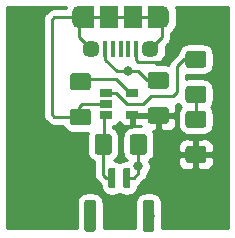
<source format=gbr>
G04 #@! TF.GenerationSoftware,KiCad,Pcbnew,(5.1.4)-1*
G04 #@! TF.CreationDate,2020-08-30T13:55:43+02:00*
G04 #@! TF.ProjectId,Battery Charger,42617474-6572-4792-9043-686172676572,rev?*
G04 #@! TF.SameCoordinates,Original*
G04 #@! TF.FileFunction,Copper,L1,Top*
G04 #@! TF.FilePolarity,Positive*
%FSLAX46Y46*%
G04 Gerber Fmt 4.6, Leading zero omitted, Abs format (unit mm)*
G04 Created by KiCad (PCBNEW (5.1.4)-1) date 2020-08-30 13:55:43*
%MOMM*%
%LPD*%
G04 APERTURE LIST*
%ADD10R,1.200000X1.900000*%
%ADD11O,1.200000X1.900000*%
%ADD12R,1.500000X1.900000*%
%ADD13C,1.450000*%
%ADD14R,0.400000X1.350000*%
%ADD15R,1.060000X0.650000*%
%ADD16C,0.100000*%
%ADD17C,1.425000*%
%ADD18C,1.000000*%
%ADD19C,0.600000*%
%ADD20C,0.800000*%
%ADD21C,0.250000*%
%ADD22C,0.254000*%
G04 APERTURE END LIST*
D10*
X78338000Y-79407500D03*
X72538000Y-79407500D03*
D11*
X71938000Y-79407500D03*
X78938000Y-79407500D03*
D12*
X76438000Y-79407500D03*
D13*
X72938000Y-82107500D03*
D14*
X75438000Y-82107500D03*
X74788000Y-82107500D03*
X74138000Y-82107500D03*
X76738000Y-82107500D03*
X76088000Y-82107500D03*
D13*
X77938000Y-82107500D03*
D12*
X74438000Y-79407500D03*
D15*
X76411000Y-85791000D03*
X76411000Y-87691000D03*
X74211000Y-87691000D03*
X74211000Y-86741000D03*
X74211000Y-85791000D03*
D16*
G36*
X72658504Y-87136204D02*
G01*
X72682773Y-87139804D01*
X72706571Y-87145765D01*
X72729671Y-87154030D01*
X72751849Y-87164520D01*
X72772893Y-87177133D01*
X72792598Y-87191747D01*
X72810777Y-87208223D01*
X72827253Y-87226402D01*
X72841867Y-87246107D01*
X72854480Y-87267151D01*
X72864970Y-87289329D01*
X72873235Y-87312429D01*
X72879196Y-87336227D01*
X72882796Y-87360496D01*
X72884000Y-87385000D01*
X72884000Y-88310000D01*
X72882796Y-88334504D01*
X72879196Y-88358773D01*
X72873235Y-88382571D01*
X72864970Y-88405671D01*
X72854480Y-88427849D01*
X72841867Y-88448893D01*
X72827253Y-88468598D01*
X72810777Y-88486777D01*
X72792598Y-88503253D01*
X72772893Y-88517867D01*
X72751849Y-88530480D01*
X72729671Y-88540970D01*
X72706571Y-88549235D01*
X72682773Y-88555196D01*
X72658504Y-88558796D01*
X72634000Y-88560000D01*
X71384000Y-88560000D01*
X71359496Y-88558796D01*
X71335227Y-88555196D01*
X71311429Y-88549235D01*
X71288329Y-88540970D01*
X71266151Y-88530480D01*
X71245107Y-88517867D01*
X71225402Y-88503253D01*
X71207223Y-88486777D01*
X71190747Y-88468598D01*
X71176133Y-88448893D01*
X71163520Y-88427849D01*
X71153030Y-88405671D01*
X71144765Y-88382571D01*
X71138804Y-88358773D01*
X71135204Y-88334504D01*
X71134000Y-88310000D01*
X71134000Y-87385000D01*
X71135204Y-87360496D01*
X71138804Y-87336227D01*
X71144765Y-87312429D01*
X71153030Y-87289329D01*
X71163520Y-87267151D01*
X71176133Y-87246107D01*
X71190747Y-87226402D01*
X71207223Y-87208223D01*
X71225402Y-87191747D01*
X71245107Y-87177133D01*
X71266151Y-87164520D01*
X71288329Y-87154030D01*
X71311429Y-87145765D01*
X71335227Y-87139804D01*
X71359496Y-87136204D01*
X71384000Y-87135000D01*
X72634000Y-87135000D01*
X72658504Y-87136204D01*
X72658504Y-87136204D01*
G37*
D17*
X72009000Y-87847500D03*
D16*
G36*
X72658504Y-84161204D02*
G01*
X72682773Y-84164804D01*
X72706571Y-84170765D01*
X72729671Y-84179030D01*
X72751849Y-84189520D01*
X72772893Y-84202133D01*
X72792598Y-84216747D01*
X72810777Y-84233223D01*
X72827253Y-84251402D01*
X72841867Y-84271107D01*
X72854480Y-84292151D01*
X72864970Y-84314329D01*
X72873235Y-84337429D01*
X72879196Y-84361227D01*
X72882796Y-84385496D01*
X72884000Y-84410000D01*
X72884000Y-85335000D01*
X72882796Y-85359504D01*
X72879196Y-85383773D01*
X72873235Y-85407571D01*
X72864970Y-85430671D01*
X72854480Y-85452849D01*
X72841867Y-85473893D01*
X72827253Y-85493598D01*
X72810777Y-85511777D01*
X72792598Y-85528253D01*
X72772893Y-85542867D01*
X72751849Y-85555480D01*
X72729671Y-85565970D01*
X72706571Y-85574235D01*
X72682773Y-85580196D01*
X72658504Y-85583796D01*
X72634000Y-85585000D01*
X71384000Y-85585000D01*
X71359496Y-85583796D01*
X71335227Y-85580196D01*
X71311429Y-85574235D01*
X71288329Y-85565970D01*
X71266151Y-85555480D01*
X71245107Y-85542867D01*
X71225402Y-85528253D01*
X71207223Y-85511777D01*
X71190747Y-85493598D01*
X71176133Y-85473893D01*
X71163520Y-85452849D01*
X71153030Y-85430671D01*
X71144765Y-85407571D01*
X71138804Y-85383773D01*
X71135204Y-85359504D01*
X71134000Y-85335000D01*
X71134000Y-84410000D01*
X71135204Y-84385496D01*
X71138804Y-84361227D01*
X71144765Y-84337429D01*
X71153030Y-84314329D01*
X71163520Y-84292151D01*
X71176133Y-84271107D01*
X71190747Y-84251402D01*
X71207223Y-84233223D01*
X71225402Y-84216747D01*
X71245107Y-84202133D01*
X71266151Y-84189520D01*
X71288329Y-84179030D01*
X71311429Y-84170765D01*
X71335227Y-84164804D01*
X71359496Y-84161204D01*
X71384000Y-84160000D01*
X72634000Y-84160000D01*
X72658504Y-84161204D01*
X72658504Y-84161204D01*
G37*
D17*
X72009000Y-84872500D03*
D16*
G36*
X82437504Y-82256204D02*
G01*
X82461773Y-82259804D01*
X82485571Y-82265765D01*
X82508671Y-82274030D01*
X82530849Y-82284520D01*
X82551893Y-82297133D01*
X82571598Y-82311747D01*
X82589777Y-82328223D01*
X82606253Y-82346402D01*
X82620867Y-82366107D01*
X82633480Y-82387151D01*
X82643970Y-82409329D01*
X82652235Y-82432429D01*
X82658196Y-82456227D01*
X82661796Y-82480496D01*
X82663000Y-82505000D01*
X82663000Y-83430000D01*
X82661796Y-83454504D01*
X82658196Y-83478773D01*
X82652235Y-83502571D01*
X82643970Y-83525671D01*
X82633480Y-83547849D01*
X82620867Y-83568893D01*
X82606253Y-83588598D01*
X82589777Y-83606777D01*
X82571598Y-83623253D01*
X82551893Y-83637867D01*
X82530849Y-83650480D01*
X82508671Y-83660970D01*
X82485571Y-83669235D01*
X82461773Y-83675196D01*
X82437504Y-83678796D01*
X82413000Y-83680000D01*
X81163000Y-83680000D01*
X81138496Y-83678796D01*
X81114227Y-83675196D01*
X81090429Y-83669235D01*
X81067329Y-83660970D01*
X81045151Y-83650480D01*
X81024107Y-83637867D01*
X81004402Y-83623253D01*
X80986223Y-83606777D01*
X80969747Y-83588598D01*
X80955133Y-83568893D01*
X80942520Y-83547849D01*
X80932030Y-83525671D01*
X80923765Y-83502571D01*
X80917804Y-83478773D01*
X80914204Y-83454504D01*
X80913000Y-83430000D01*
X80913000Y-82505000D01*
X80914204Y-82480496D01*
X80917804Y-82456227D01*
X80923765Y-82432429D01*
X80932030Y-82409329D01*
X80942520Y-82387151D01*
X80955133Y-82366107D01*
X80969747Y-82346402D01*
X80986223Y-82328223D01*
X81004402Y-82311747D01*
X81024107Y-82297133D01*
X81045151Y-82284520D01*
X81067329Y-82274030D01*
X81090429Y-82265765D01*
X81114227Y-82259804D01*
X81138496Y-82256204D01*
X81163000Y-82255000D01*
X82413000Y-82255000D01*
X82437504Y-82256204D01*
X82437504Y-82256204D01*
G37*
D17*
X81788000Y-82967500D03*
D16*
G36*
X82437504Y-85231204D02*
G01*
X82461773Y-85234804D01*
X82485571Y-85240765D01*
X82508671Y-85249030D01*
X82530849Y-85259520D01*
X82551893Y-85272133D01*
X82571598Y-85286747D01*
X82589777Y-85303223D01*
X82606253Y-85321402D01*
X82620867Y-85341107D01*
X82633480Y-85362151D01*
X82643970Y-85384329D01*
X82652235Y-85407429D01*
X82658196Y-85431227D01*
X82661796Y-85455496D01*
X82663000Y-85480000D01*
X82663000Y-86405000D01*
X82661796Y-86429504D01*
X82658196Y-86453773D01*
X82652235Y-86477571D01*
X82643970Y-86500671D01*
X82633480Y-86522849D01*
X82620867Y-86543893D01*
X82606253Y-86563598D01*
X82589777Y-86581777D01*
X82571598Y-86598253D01*
X82551893Y-86612867D01*
X82530849Y-86625480D01*
X82508671Y-86635970D01*
X82485571Y-86644235D01*
X82461773Y-86650196D01*
X82437504Y-86653796D01*
X82413000Y-86655000D01*
X81163000Y-86655000D01*
X81138496Y-86653796D01*
X81114227Y-86650196D01*
X81090429Y-86644235D01*
X81067329Y-86635970D01*
X81045151Y-86625480D01*
X81024107Y-86612867D01*
X81004402Y-86598253D01*
X80986223Y-86581777D01*
X80969747Y-86563598D01*
X80955133Y-86543893D01*
X80942520Y-86522849D01*
X80932030Y-86500671D01*
X80923765Y-86477571D01*
X80917804Y-86453773D01*
X80914204Y-86429504D01*
X80913000Y-86405000D01*
X80913000Y-85480000D01*
X80914204Y-85455496D01*
X80917804Y-85431227D01*
X80923765Y-85407429D01*
X80932030Y-85384329D01*
X80942520Y-85362151D01*
X80955133Y-85341107D01*
X80969747Y-85321402D01*
X80986223Y-85303223D01*
X81004402Y-85286747D01*
X81024107Y-85272133D01*
X81045151Y-85259520D01*
X81067329Y-85249030D01*
X81090429Y-85240765D01*
X81114227Y-85234804D01*
X81138496Y-85231204D01*
X81163000Y-85230000D01*
X82413000Y-85230000D01*
X82437504Y-85231204D01*
X82437504Y-85231204D01*
G37*
D17*
X81788000Y-85942500D03*
D16*
G36*
X78060504Y-94870204D02*
G01*
X78084773Y-94873804D01*
X78108571Y-94879765D01*
X78131671Y-94888030D01*
X78153849Y-94898520D01*
X78174893Y-94911133D01*
X78194598Y-94925747D01*
X78212777Y-94942223D01*
X78229253Y-94960402D01*
X78243867Y-94980107D01*
X78256480Y-95001151D01*
X78266970Y-95023329D01*
X78275235Y-95046429D01*
X78281196Y-95070227D01*
X78284796Y-95094496D01*
X78286000Y-95119000D01*
X78286000Y-97319000D01*
X78284796Y-97343504D01*
X78281196Y-97367773D01*
X78275235Y-97391571D01*
X78266970Y-97414671D01*
X78256480Y-97436849D01*
X78243867Y-97457893D01*
X78229253Y-97477598D01*
X78212777Y-97495777D01*
X78194598Y-97512253D01*
X78174893Y-97526867D01*
X78153849Y-97539480D01*
X78131671Y-97549970D01*
X78108571Y-97558235D01*
X78084773Y-97564196D01*
X78060504Y-97567796D01*
X78036000Y-97569000D01*
X77536000Y-97569000D01*
X77511496Y-97567796D01*
X77487227Y-97564196D01*
X77463429Y-97558235D01*
X77440329Y-97549970D01*
X77418151Y-97539480D01*
X77397107Y-97526867D01*
X77377402Y-97512253D01*
X77359223Y-97495777D01*
X77342747Y-97477598D01*
X77328133Y-97457893D01*
X77315520Y-97436849D01*
X77305030Y-97414671D01*
X77296765Y-97391571D01*
X77290804Y-97367773D01*
X77287204Y-97343504D01*
X77286000Y-97319000D01*
X77286000Y-95119000D01*
X77287204Y-95094496D01*
X77290804Y-95070227D01*
X77296765Y-95046429D01*
X77305030Y-95023329D01*
X77315520Y-95001151D01*
X77328133Y-94980107D01*
X77342747Y-94960402D01*
X77359223Y-94942223D01*
X77377402Y-94925747D01*
X77397107Y-94911133D01*
X77418151Y-94898520D01*
X77440329Y-94888030D01*
X77463429Y-94879765D01*
X77487227Y-94873804D01*
X77511496Y-94870204D01*
X77536000Y-94869000D01*
X78036000Y-94869000D01*
X78060504Y-94870204D01*
X78060504Y-94870204D01*
G37*
D18*
X77786000Y-96219000D03*
D16*
G36*
X73110504Y-94870204D02*
G01*
X73134773Y-94873804D01*
X73158571Y-94879765D01*
X73181671Y-94888030D01*
X73203849Y-94898520D01*
X73224893Y-94911133D01*
X73244598Y-94925747D01*
X73262777Y-94942223D01*
X73279253Y-94960402D01*
X73293867Y-94980107D01*
X73306480Y-95001151D01*
X73316970Y-95023329D01*
X73325235Y-95046429D01*
X73331196Y-95070227D01*
X73334796Y-95094496D01*
X73336000Y-95119000D01*
X73336000Y-97319000D01*
X73334796Y-97343504D01*
X73331196Y-97367773D01*
X73325235Y-97391571D01*
X73316970Y-97414671D01*
X73306480Y-97436849D01*
X73293867Y-97457893D01*
X73279253Y-97477598D01*
X73262777Y-97495777D01*
X73244598Y-97512253D01*
X73224893Y-97526867D01*
X73203849Y-97539480D01*
X73181671Y-97549970D01*
X73158571Y-97558235D01*
X73134773Y-97564196D01*
X73110504Y-97567796D01*
X73086000Y-97569000D01*
X72586000Y-97569000D01*
X72561496Y-97567796D01*
X72537227Y-97564196D01*
X72513429Y-97558235D01*
X72490329Y-97549970D01*
X72468151Y-97539480D01*
X72447107Y-97526867D01*
X72427402Y-97512253D01*
X72409223Y-97495777D01*
X72392747Y-97477598D01*
X72378133Y-97457893D01*
X72365520Y-97436849D01*
X72355030Y-97414671D01*
X72346765Y-97391571D01*
X72340804Y-97367773D01*
X72337204Y-97343504D01*
X72336000Y-97319000D01*
X72336000Y-95119000D01*
X72337204Y-95094496D01*
X72340804Y-95070227D01*
X72346765Y-95046429D01*
X72355030Y-95023329D01*
X72365520Y-95001151D01*
X72378133Y-94980107D01*
X72392747Y-94960402D01*
X72409223Y-94942223D01*
X72427402Y-94925747D01*
X72447107Y-94911133D01*
X72468151Y-94898520D01*
X72490329Y-94888030D01*
X72513429Y-94879765D01*
X72537227Y-94873804D01*
X72561496Y-94870204D01*
X72586000Y-94869000D01*
X73086000Y-94869000D01*
X73110504Y-94870204D01*
X73110504Y-94870204D01*
G37*
D18*
X72836000Y-96219000D03*
D16*
G36*
X76100703Y-92169722D02*
G01*
X76115264Y-92171882D01*
X76129543Y-92175459D01*
X76143403Y-92180418D01*
X76156710Y-92186712D01*
X76169336Y-92194280D01*
X76181159Y-92203048D01*
X76192066Y-92212934D01*
X76201952Y-92223841D01*
X76210720Y-92235664D01*
X76218288Y-92248290D01*
X76224582Y-92261597D01*
X76229541Y-92275457D01*
X76233118Y-92289736D01*
X76235278Y-92304297D01*
X76236000Y-92319000D01*
X76236000Y-93719000D01*
X76235278Y-93733703D01*
X76233118Y-93748264D01*
X76229541Y-93762543D01*
X76224582Y-93776403D01*
X76218288Y-93789710D01*
X76210720Y-93802336D01*
X76201952Y-93814159D01*
X76192066Y-93825066D01*
X76181159Y-93834952D01*
X76169336Y-93843720D01*
X76156710Y-93851288D01*
X76143403Y-93857582D01*
X76129543Y-93862541D01*
X76115264Y-93866118D01*
X76100703Y-93868278D01*
X76086000Y-93869000D01*
X75786000Y-93869000D01*
X75771297Y-93868278D01*
X75756736Y-93866118D01*
X75742457Y-93862541D01*
X75728597Y-93857582D01*
X75715290Y-93851288D01*
X75702664Y-93843720D01*
X75690841Y-93834952D01*
X75679934Y-93825066D01*
X75670048Y-93814159D01*
X75661280Y-93802336D01*
X75653712Y-93789710D01*
X75647418Y-93776403D01*
X75642459Y-93762543D01*
X75638882Y-93748264D01*
X75636722Y-93733703D01*
X75636000Y-93719000D01*
X75636000Y-92319000D01*
X75636722Y-92304297D01*
X75638882Y-92289736D01*
X75642459Y-92275457D01*
X75647418Y-92261597D01*
X75653712Y-92248290D01*
X75661280Y-92235664D01*
X75670048Y-92223841D01*
X75679934Y-92212934D01*
X75690841Y-92203048D01*
X75702664Y-92194280D01*
X75715290Y-92186712D01*
X75728597Y-92180418D01*
X75742457Y-92175459D01*
X75756736Y-92171882D01*
X75771297Y-92169722D01*
X75786000Y-92169000D01*
X76086000Y-92169000D01*
X76100703Y-92169722D01*
X76100703Y-92169722D01*
G37*
D19*
X75936000Y-93019000D03*
D16*
G36*
X74850703Y-92169722D02*
G01*
X74865264Y-92171882D01*
X74879543Y-92175459D01*
X74893403Y-92180418D01*
X74906710Y-92186712D01*
X74919336Y-92194280D01*
X74931159Y-92203048D01*
X74942066Y-92212934D01*
X74951952Y-92223841D01*
X74960720Y-92235664D01*
X74968288Y-92248290D01*
X74974582Y-92261597D01*
X74979541Y-92275457D01*
X74983118Y-92289736D01*
X74985278Y-92304297D01*
X74986000Y-92319000D01*
X74986000Y-93719000D01*
X74985278Y-93733703D01*
X74983118Y-93748264D01*
X74979541Y-93762543D01*
X74974582Y-93776403D01*
X74968288Y-93789710D01*
X74960720Y-93802336D01*
X74951952Y-93814159D01*
X74942066Y-93825066D01*
X74931159Y-93834952D01*
X74919336Y-93843720D01*
X74906710Y-93851288D01*
X74893403Y-93857582D01*
X74879543Y-93862541D01*
X74865264Y-93866118D01*
X74850703Y-93868278D01*
X74836000Y-93869000D01*
X74536000Y-93869000D01*
X74521297Y-93868278D01*
X74506736Y-93866118D01*
X74492457Y-93862541D01*
X74478597Y-93857582D01*
X74465290Y-93851288D01*
X74452664Y-93843720D01*
X74440841Y-93834952D01*
X74429934Y-93825066D01*
X74420048Y-93814159D01*
X74411280Y-93802336D01*
X74403712Y-93789710D01*
X74397418Y-93776403D01*
X74392459Y-93762543D01*
X74388882Y-93748264D01*
X74386722Y-93733703D01*
X74386000Y-93719000D01*
X74386000Y-92319000D01*
X74386722Y-92304297D01*
X74388882Y-92289736D01*
X74392459Y-92275457D01*
X74397418Y-92261597D01*
X74403712Y-92248290D01*
X74411280Y-92235664D01*
X74420048Y-92223841D01*
X74429934Y-92212934D01*
X74440841Y-92203048D01*
X74452664Y-92194280D01*
X74465290Y-92186712D01*
X74478597Y-92180418D01*
X74492457Y-92175459D01*
X74506736Y-92171882D01*
X74521297Y-92169722D01*
X74536000Y-92169000D01*
X74836000Y-92169000D01*
X74850703Y-92169722D01*
X74850703Y-92169722D01*
G37*
D19*
X74686000Y-93019000D03*
D16*
G36*
X82437504Y-90311204D02*
G01*
X82461773Y-90314804D01*
X82485571Y-90320765D01*
X82508671Y-90329030D01*
X82530849Y-90339520D01*
X82551893Y-90352133D01*
X82571598Y-90366747D01*
X82589777Y-90383223D01*
X82606253Y-90401402D01*
X82620867Y-90421107D01*
X82633480Y-90442151D01*
X82643970Y-90464329D01*
X82652235Y-90487429D01*
X82658196Y-90511227D01*
X82661796Y-90535496D01*
X82663000Y-90560000D01*
X82663000Y-91485000D01*
X82661796Y-91509504D01*
X82658196Y-91533773D01*
X82652235Y-91557571D01*
X82643970Y-91580671D01*
X82633480Y-91602849D01*
X82620867Y-91623893D01*
X82606253Y-91643598D01*
X82589777Y-91661777D01*
X82571598Y-91678253D01*
X82551893Y-91692867D01*
X82530849Y-91705480D01*
X82508671Y-91715970D01*
X82485571Y-91724235D01*
X82461773Y-91730196D01*
X82437504Y-91733796D01*
X82413000Y-91735000D01*
X81163000Y-91735000D01*
X81138496Y-91733796D01*
X81114227Y-91730196D01*
X81090429Y-91724235D01*
X81067329Y-91715970D01*
X81045151Y-91705480D01*
X81024107Y-91692867D01*
X81004402Y-91678253D01*
X80986223Y-91661777D01*
X80969747Y-91643598D01*
X80955133Y-91623893D01*
X80942520Y-91602849D01*
X80932030Y-91580671D01*
X80923765Y-91557571D01*
X80917804Y-91533773D01*
X80914204Y-91509504D01*
X80913000Y-91485000D01*
X80913000Y-90560000D01*
X80914204Y-90535496D01*
X80917804Y-90511227D01*
X80923765Y-90487429D01*
X80932030Y-90464329D01*
X80942520Y-90442151D01*
X80955133Y-90421107D01*
X80969747Y-90401402D01*
X80986223Y-90383223D01*
X81004402Y-90366747D01*
X81024107Y-90352133D01*
X81045151Y-90339520D01*
X81067329Y-90329030D01*
X81090429Y-90320765D01*
X81114227Y-90314804D01*
X81138496Y-90311204D01*
X81163000Y-90310000D01*
X82413000Y-90310000D01*
X82437504Y-90311204D01*
X82437504Y-90311204D01*
G37*
D17*
X81788000Y-91022500D03*
D16*
G36*
X82437504Y-87336204D02*
G01*
X82461773Y-87339804D01*
X82485571Y-87345765D01*
X82508671Y-87354030D01*
X82530849Y-87364520D01*
X82551893Y-87377133D01*
X82571598Y-87391747D01*
X82589777Y-87408223D01*
X82606253Y-87426402D01*
X82620867Y-87446107D01*
X82633480Y-87467151D01*
X82643970Y-87489329D01*
X82652235Y-87512429D01*
X82658196Y-87536227D01*
X82661796Y-87560496D01*
X82663000Y-87585000D01*
X82663000Y-88510000D01*
X82661796Y-88534504D01*
X82658196Y-88558773D01*
X82652235Y-88582571D01*
X82643970Y-88605671D01*
X82633480Y-88627849D01*
X82620867Y-88648893D01*
X82606253Y-88668598D01*
X82589777Y-88686777D01*
X82571598Y-88703253D01*
X82551893Y-88717867D01*
X82530849Y-88730480D01*
X82508671Y-88740970D01*
X82485571Y-88749235D01*
X82461773Y-88755196D01*
X82437504Y-88758796D01*
X82413000Y-88760000D01*
X81163000Y-88760000D01*
X81138496Y-88758796D01*
X81114227Y-88755196D01*
X81090429Y-88749235D01*
X81067329Y-88740970D01*
X81045151Y-88730480D01*
X81024107Y-88717867D01*
X81004402Y-88703253D01*
X80986223Y-88686777D01*
X80969747Y-88668598D01*
X80955133Y-88648893D01*
X80942520Y-88627849D01*
X80932030Y-88605671D01*
X80923765Y-88582571D01*
X80917804Y-88558773D01*
X80914204Y-88534504D01*
X80913000Y-88510000D01*
X80913000Y-87585000D01*
X80914204Y-87560496D01*
X80917804Y-87536227D01*
X80923765Y-87512429D01*
X80932030Y-87489329D01*
X80942520Y-87467151D01*
X80955133Y-87446107D01*
X80969747Y-87426402D01*
X80986223Y-87408223D01*
X81004402Y-87391747D01*
X81024107Y-87377133D01*
X81045151Y-87364520D01*
X81067329Y-87354030D01*
X81090429Y-87345765D01*
X81114227Y-87339804D01*
X81138496Y-87336204D01*
X81163000Y-87335000D01*
X82413000Y-87335000D01*
X82437504Y-87336204D01*
X82437504Y-87336204D01*
G37*
D17*
X81788000Y-88047500D03*
D16*
G36*
X77412504Y-89296204D02*
G01*
X77436773Y-89299804D01*
X77460571Y-89305765D01*
X77483671Y-89314030D01*
X77505849Y-89324520D01*
X77526893Y-89337133D01*
X77546598Y-89351747D01*
X77564777Y-89368223D01*
X77581253Y-89386402D01*
X77595867Y-89406107D01*
X77608480Y-89427151D01*
X77618970Y-89449329D01*
X77627235Y-89472429D01*
X77633196Y-89496227D01*
X77636796Y-89520496D01*
X77638000Y-89545000D01*
X77638000Y-90795000D01*
X77636796Y-90819504D01*
X77633196Y-90843773D01*
X77627235Y-90867571D01*
X77618970Y-90890671D01*
X77608480Y-90912849D01*
X77595867Y-90933893D01*
X77581253Y-90953598D01*
X77564777Y-90971777D01*
X77546598Y-90988253D01*
X77526893Y-91002867D01*
X77505849Y-91015480D01*
X77483671Y-91025970D01*
X77460571Y-91034235D01*
X77436773Y-91040196D01*
X77412504Y-91043796D01*
X77388000Y-91045000D01*
X76463000Y-91045000D01*
X76438496Y-91043796D01*
X76414227Y-91040196D01*
X76390429Y-91034235D01*
X76367329Y-91025970D01*
X76345151Y-91015480D01*
X76324107Y-91002867D01*
X76304402Y-90988253D01*
X76286223Y-90971777D01*
X76269747Y-90953598D01*
X76255133Y-90933893D01*
X76242520Y-90912849D01*
X76232030Y-90890671D01*
X76223765Y-90867571D01*
X76217804Y-90843773D01*
X76214204Y-90819504D01*
X76213000Y-90795000D01*
X76213000Y-89545000D01*
X76214204Y-89520496D01*
X76217804Y-89496227D01*
X76223765Y-89472429D01*
X76232030Y-89449329D01*
X76242520Y-89427151D01*
X76255133Y-89406107D01*
X76269747Y-89386402D01*
X76286223Y-89368223D01*
X76304402Y-89351747D01*
X76324107Y-89337133D01*
X76345151Y-89324520D01*
X76367329Y-89314030D01*
X76390429Y-89305765D01*
X76414227Y-89299804D01*
X76438496Y-89296204D01*
X76463000Y-89295000D01*
X77388000Y-89295000D01*
X77412504Y-89296204D01*
X77412504Y-89296204D01*
G37*
D17*
X76925500Y-90170000D03*
D16*
G36*
X74437504Y-89296204D02*
G01*
X74461773Y-89299804D01*
X74485571Y-89305765D01*
X74508671Y-89314030D01*
X74530849Y-89324520D01*
X74551893Y-89337133D01*
X74571598Y-89351747D01*
X74589777Y-89368223D01*
X74606253Y-89386402D01*
X74620867Y-89406107D01*
X74633480Y-89427151D01*
X74643970Y-89449329D01*
X74652235Y-89472429D01*
X74658196Y-89496227D01*
X74661796Y-89520496D01*
X74663000Y-89545000D01*
X74663000Y-90795000D01*
X74661796Y-90819504D01*
X74658196Y-90843773D01*
X74652235Y-90867571D01*
X74643970Y-90890671D01*
X74633480Y-90912849D01*
X74620867Y-90933893D01*
X74606253Y-90953598D01*
X74589777Y-90971777D01*
X74571598Y-90988253D01*
X74551893Y-91002867D01*
X74530849Y-91015480D01*
X74508671Y-91025970D01*
X74485571Y-91034235D01*
X74461773Y-91040196D01*
X74437504Y-91043796D01*
X74413000Y-91045000D01*
X73488000Y-91045000D01*
X73463496Y-91043796D01*
X73439227Y-91040196D01*
X73415429Y-91034235D01*
X73392329Y-91025970D01*
X73370151Y-91015480D01*
X73349107Y-91002867D01*
X73329402Y-90988253D01*
X73311223Y-90971777D01*
X73294747Y-90953598D01*
X73280133Y-90933893D01*
X73267520Y-90912849D01*
X73257030Y-90890671D01*
X73248765Y-90867571D01*
X73242804Y-90843773D01*
X73239204Y-90819504D01*
X73238000Y-90795000D01*
X73238000Y-89545000D01*
X73239204Y-89520496D01*
X73242804Y-89496227D01*
X73248765Y-89472429D01*
X73257030Y-89449329D01*
X73267520Y-89427151D01*
X73280133Y-89406107D01*
X73294747Y-89386402D01*
X73311223Y-89368223D01*
X73329402Y-89351747D01*
X73349107Y-89337133D01*
X73370151Y-89324520D01*
X73392329Y-89314030D01*
X73415429Y-89305765D01*
X73439227Y-89299804D01*
X73463496Y-89296204D01*
X73488000Y-89295000D01*
X74413000Y-89295000D01*
X74437504Y-89296204D01*
X74437504Y-89296204D01*
G37*
D17*
X73950500Y-90170000D03*
D16*
G36*
X79262504Y-84034204D02*
G01*
X79286773Y-84037804D01*
X79310571Y-84043765D01*
X79333671Y-84052030D01*
X79355849Y-84062520D01*
X79376893Y-84075133D01*
X79396598Y-84089747D01*
X79414777Y-84106223D01*
X79431253Y-84124402D01*
X79445867Y-84144107D01*
X79458480Y-84165151D01*
X79468970Y-84187329D01*
X79477235Y-84210429D01*
X79483196Y-84234227D01*
X79486796Y-84258496D01*
X79488000Y-84283000D01*
X79488000Y-85208000D01*
X79486796Y-85232504D01*
X79483196Y-85256773D01*
X79477235Y-85280571D01*
X79468970Y-85303671D01*
X79458480Y-85325849D01*
X79445867Y-85346893D01*
X79431253Y-85366598D01*
X79414777Y-85384777D01*
X79396598Y-85401253D01*
X79376893Y-85415867D01*
X79355849Y-85428480D01*
X79333671Y-85438970D01*
X79310571Y-85447235D01*
X79286773Y-85453196D01*
X79262504Y-85456796D01*
X79238000Y-85458000D01*
X77988000Y-85458000D01*
X77963496Y-85456796D01*
X77939227Y-85453196D01*
X77915429Y-85447235D01*
X77892329Y-85438970D01*
X77870151Y-85428480D01*
X77849107Y-85415867D01*
X77829402Y-85401253D01*
X77811223Y-85384777D01*
X77794747Y-85366598D01*
X77780133Y-85346893D01*
X77767520Y-85325849D01*
X77757030Y-85303671D01*
X77748765Y-85280571D01*
X77742804Y-85256773D01*
X77739204Y-85232504D01*
X77738000Y-85208000D01*
X77738000Y-84283000D01*
X77739204Y-84258496D01*
X77742804Y-84234227D01*
X77748765Y-84210429D01*
X77757030Y-84187329D01*
X77767520Y-84165151D01*
X77780133Y-84144107D01*
X77794747Y-84124402D01*
X77811223Y-84106223D01*
X77829402Y-84089747D01*
X77849107Y-84075133D01*
X77870151Y-84062520D01*
X77892329Y-84052030D01*
X77915429Y-84043765D01*
X77939227Y-84037804D01*
X77963496Y-84034204D01*
X77988000Y-84033000D01*
X79238000Y-84033000D01*
X79262504Y-84034204D01*
X79262504Y-84034204D01*
G37*
D17*
X78613000Y-84745500D03*
D16*
G36*
X79262504Y-87009204D02*
G01*
X79286773Y-87012804D01*
X79310571Y-87018765D01*
X79333671Y-87027030D01*
X79355849Y-87037520D01*
X79376893Y-87050133D01*
X79396598Y-87064747D01*
X79414777Y-87081223D01*
X79431253Y-87099402D01*
X79445867Y-87119107D01*
X79458480Y-87140151D01*
X79468970Y-87162329D01*
X79477235Y-87185429D01*
X79483196Y-87209227D01*
X79486796Y-87233496D01*
X79488000Y-87258000D01*
X79488000Y-88183000D01*
X79486796Y-88207504D01*
X79483196Y-88231773D01*
X79477235Y-88255571D01*
X79468970Y-88278671D01*
X79458480Y-88300849D01*
X79445867Y-88321893D01*
X79431253Y-88341598D01*
X79414777Y-88359777D01*
X79396598Y-88376253D01*
X79376893Y-88390867D01*
X79355849Y-88403480D01*
X79333671Y-88413970D01*
X79310571Y-88422235D01*
X79286773Y-88428196D01*
X79262504Y-88431796D01*
X79238000Y-88433000D01*
X77988000Y-88433000D01*
X77963496Y-88431796D01*
X77939227Y-88428196D01*
X77915429Y-88422235D01*
X77892329Y-88413970D01*
X77870151Y-88403480D01*
X77849107Y-88390867D01*
X77829402Y-88376253D01*
X77811223Y-88359777D01*
X77794747Y-88341598D01*
X77780133Y-88321893D01*
X77767520Y-88300849D01*
X77757030Y-88278671D01*
X77748765Y-88255571D01*
X77742804Y-88231773D01*
X77739204Y-88207504D01*
X77738000Y-88183000D01*
X77738000Y-87258000D01*
X77739204Y-87233496D01*
X77742804Y-87209227D01*
X77748765Y-87185429D01*
X77757030Y-87162329D01*
X77767520Y-87140151D01*
X77780133Y-87119107D01*
X77794747Y-87099402D01*
X77811223Y-87081223D01*
X77829402Y-87064747D01*
X77849107Y-87050133D01*
X77870151Y-87037520D01*
X77892329Y-87027030D01*
X77915429Y-87018765D01*
X77939227Y-87012804D01*
X77963496Y-87009204D01*
X77988000Y-87008000D01*
X79238000Y-87008000D01*
X79262504Y-87009204D01*
X79262504Y-87009204D01*
G37*
D17*
X78613000Y-87720500D03*
D20*
X76925500Y-92029500D03*
X76045841Y-83974153D03*
D21*
X76925500Y-92029500D02*
X76925500Y-92029500D01*
X76925500Y-92029500D02*
X76925500Y-90170000D01*
X73431000Y-86741000D02*
X74211000Y-86741000D01*
X72136000Y-86741000D02*
X72136000Y-86741000D01*
X71882000Y-87593500D02*
X71882000Y-86995000D01*
X71882000Y-86995000D02*
X72136000Y-86741000D01*
X72136000Y-86741000D02*
X73431000Y-86741000D01*
X78583500Y-87691000D02*
X78613000Y-87720500D01*
X76411000Y-87691000D02*
X78583500Y-87691000D01*
X81788000Y-85942500D02*
X81788000Y-88047500D01*
X72538000Y-79407500D02*
X78938000Y-79407500D01*
X71938000Y-81107500D02*
X71938000Y-79407500D01*
X72938000Y-82107500D02*
X71938000Y-81107500D01*
X69817500Y-79407500D02*
X71938000Y-79407500D01*
X69596000Y-79629000D02*
X69817500Y-79407500D01*
X69596000Y-87630000D02*
X69596000Y-79629000D01*
X72009000Y-87847500D02*
X69813500Y-87847500D01*
X69813500Y-87847500D02*
X69596000Y-87630000D01*
X78938000Y-80701000D02*
X78938000Y-79407500D01*
X77938000Y-82107500D02*
X78938000Y-81107500D01*
X78938000Y-81107500D02*
X78938000Y-80701000D01*
X75480156Y-83974153D02*
X76045841Y-83974153D01*
X75079653Y-83974153D02*
X75480156Y-83974153D01*
X74138000Y-83032500D02*
X75079653Y-83974153D01*
X74138000Y-82107500D02*
X74138000Y-83032500D01*
X76045853Y-83974153D02*
X76045841Y-83974153D01*
X76862153Y-83974153D02*
X76045853Y-83974153D01*
X78613000Y-84745500D02*
X77633500Y-84745500D01*
X77633500Y-84745500D02*
X76862153Y-83974153D01*
X76925500Y-92619500D02*
X76925500Y-92029500D01*
X75936000Y-93019000D02*
X76526000Y-93019000D01*
X76526000Y-93019000D02*
X76925500Y-92619500D01*
X78613000Y-90551000D02*
X78613000Y-87720500D01*
X81788000Y-91022500D02*
X79084500Y-91022500D01*
X79084500Y-91022500D02*
X78613000Y-90551000D01*
X83221500Y-91022500D02*
X81788000Y-91022500D01*
X83693000Y-90551000D02*
X83221500Y-91022500D01*
X83693000Y-82423000D02*
X83693000Y-90551000D01*
X76738000Y-83032500D02*
X76890500Y-83185000D01*
X76738000Y-82107500D02*
X76738000Y-83032500D01*
X76890500Y-83185000D02*
X79248000Y-83185000D01*
X79248000Y-83185000D02*
X80899000Y-81534000D01*
X80899000Y-81534000D02*
X82804000Y-81534000D01*
X82804000Y-81534000D02*
X83693000Y-82423000D01*
X74041000Y-90079500D02*
X73950500Y-90170000D01*
X74211000Y-87691000D02*
X74041000Y-87861000D01*
X74041000Y-87861000D02*
X74041000Y-90079500D01*
X73950500Y-92746500D02*
X73950500Y-90170000D01*
X74686000Y-93019000D02*
X74223000Y-93019000D01*
X74223000Y-93019000D02*
X73950500Y-92746500D01*
X76206000Y-85791000D02*
X75033500Y-84618500D01*
X75033500Y-84618500D02*
X71882000Y-84618500D01*
X76411000Y-85791000D02*
X76206000Y-85791000D01*
X80813000Y-82967500D02*
X81788000Y-82967500D01*
X80214500Y-83566000D02*
X80813000Y-82967500D01*
X74991000Y-85791000D02*
X75311000Y-86111000D01*
X74211000Y-85791000D02*
X74991000Y-85791000D01*
X75311000Y-86111000D02*
X75316000Y-86111000D01*
X75316000Y-86111000D02*
X75946000Y-86741000D01*
X75946000Y-86741000D02*
X77343000Y-86741000D01*
X77343000Y-86741000D02*
X77978000Y-86106000D01*
X77978000Y-86106000D02*
X79883000Y-86106000D01*
X80214500Y-85774500D02*
X80214500Y-83566000D01*
X79883000Y-86106000D02*
X80214500Y-85774500D01*
D22*
G36*
X70791489Y-78582599D02*
G01*
X70771801Y-78647500D01*
X69854822Y-78647500D01*
X69817499Y-78643824D01*
X69780176Y-78647500D01*
X69780167Y-78647500D01*
X69668514Y-78658497D01*
X69525253Y-78701954D01*
X69393224Y-78772526D01*
X69277499Y-78867499D01*
X69253696Y-78896503D01*
X69084998Y-79065201D01*
X69056000Y-79088999D01*
X69032202Y-79117997D01*
X69032201Y-79117998D01*
X68961026Y-79204724D01*
X68890454Y-79336754D01*
X68846998Y-79480015D01*
X68832324Y-79629000D01*
X68836001Y-79666332D01*
X68836000Y-87592678D01*
X68832324Y-87630000D01*
X68836000Y-87667322D01*
X68836000Y-87667332D01*
X68846997Y-87778985D01*
X68890454Y-87922246D01*
X68961026Y-88054276D01*
X68986104Y-88084833D01*
X69055999Y-88170001D01*
X69085002Y-88193803D01*
X69249700Y-88358502D01*
X69273499Y-88387501D01*
X69389224Y-88482474D01*
X69521253Y-88553046D01*
X69664514Y-88596503D01*
X69776167Y-88607500D01*
X69776176Y-88607500D01*
X69813499Y-88611176D01*
X69850822Y-88607500D01*
X70550681Y-88607500D01*
X70563528Y-88649850D01*
X70645595Y-88803386D01*
X70756038Y-88937962D01*
X70890614Y-89048405D01*
X71044150Y-89130472D01*
X71210746Y-89181008D01*
X71384000Y-89198072D01*
X72634000Y-89198072D01*
X72673385Y-89194193D01*
X72667528Y-89205150D01*
X72616992Y-89371746D01*
X72599928Y-89545000D01*
X72599928Y-90795000D01*
X72616992Y-90968254D01*
X72667528Y-91134850D01*
X72749595Y-91288386D01*
X72860038Y-91422962D01*
X72994614Y-91533405D01*
X73148150Y-91615472D01*
X73190500Y-91628319D01*
X73190500Y-92709177D01*
X73186824Y-92746500D01*
X73190500Y-92783822D01*
X73190500Y-92783832D01*
X73201497Y-92895485D01*
X73238964Y-93018999D01*
X73244954Y-93038746D01*
X73315526Y-93170776D01*
X73355371Y-93219326D01*
X73410499Y-93286501D01*
X73439503Y-93310304D01*
X73659196Y-93529997D01*
X73682999Y-93559001D01*
X73747928Y-93612287D01*
X73747928Y-93719000D01*
X73763071Y-93872745D01*
X73807916Y-94020582D01*
X73880742Y-94156829D01*
X73978749Y-94276251D01*
X74098171Y-94374258D01*
X74234418Y-94447084D01*
X74382255Y-94491929D01*
X74536000Y-94507072D01*
X74836000Y-94507072D01*
X74989745Y-94491929D01*
X75137582Y-94447084D01*
X75273829Y-94374258D01*
X75311000Y-94343753D01*
X75348171Y-94374258D01*
X75484418Y-94447084D01*
X75632255Y-94491929D01*
X75786000Y-94507072D01*
X76086000Y-94507072D01*
X76239745Y-94491929D01*
X76387582Y-94447084D01*
X76523829Y-94374258D01*
X76643251Y-94276251D01*
X76741258Y-94156829D01*
X76814084Y-94020582D01*
X76858929Y-93872745D01*
X76874072Y-93719000D01*
X76874072Y-93694706D01*
X76950276Y-93653974D01*
X77066001Y-93559001D01*
X77089804Y-93529997D01*
X77436498Y-93183303D01*
X77465501Y-93159501D01*
X77560474Y-93043776D01*
X77631046Y-92911747D01*
X77674503Y-92768486D01*
X77677155Y-92741556D01*
X77729437Y-92689274D01*
X77842705Y-92519756D01*
X77920726Y-92331398D01*
X77960500Y-92131439D01*
X77960500Y-91927561D01*
X77922198Y-91735000D01*
X80274928Y-91735000D01*
X80287188Y-91859482D01*
X80323498Y-91979180D01*
X80382463Y-92089494D01*
X80461815Y-92186185D01*
X80558506Y-92265537D01*
X80668820Y-92324502D01*
X80788518Y-92360812D01*
X80913000Y-92373072D01*
X81502250Y-92370000D01*
X81661000Y-92211250D01*
X81661000Y-91149500D01*
X81915000Y-91149500D01*
X81915000Y-92211250D01*
X82073750Y-92370000D01*
X82663000Y-92373072D01*
X82787482Y-92360812D01*
X82907180Y-92324502D01*
X83017494Y-92265537D01*
X83114185Y-92186185D01*
X83193537Y-92089494D01*
X83252502Y-91979180D01*
X83288812Y-91859482D01*
X83301072Y-91735000D01*
X83298000Y-91308250D01*
X83139250Y-91149500D01*
X81915000Y-91149500D01*
X81661000Y-91149500D01*
X80436750Y-91149500D01*
X80278000Y-91308250D01*
X80274928Y-91735000D01*
X77922198Y-91735000D01*
X77920726Y-91727602D01*
X77847737Y-91551391D01*
X77881386Y-91533405D01*
X78015962Y-91422962D01*
X78126405Y-91288386D01*
X78208472Y-91134850D01*
X78259008Y-90968254D01*
X78276072Y-90795000D01*
X78276072Y-90310000D01*
X80274928Y-90310000D01*
X80278000Y-90736750D01*
X80436750Y-90895500D01*
X81661000Y-90895500D01*
X81661000Y-89833750D01*
X81915000Y-89833750D01*
X81915000Y-90895500D01*
X83139250Y-90895500D01*
X83298000Y-90736750D01*
X83301072Y-90310000D01*
X83288812Y-90185518D01*
X83252502Y-90065820D01*
X83193537Y-89955506D01*
X83114185Y-89858815D01*
X83017494Y-89779463D01*
X82907180Y-89720498D01*
X82787482Y-89684188D01*
X82663000Y-89671928D01*
X82073750Y-89675000D01*
X81915000Y-89833750D01*
X81661000Y-89833750D01*
X81502250Y-89675000D01*
X80913000Y-89671928D01*
X80788518Y-89684188D01*
X80668820Y-89720498D01*
X80558506Y-89779463D01*
X80461815Y-89858815D01*
X80382463Y-89955506D01*
X80323498Y-90065820D01*
X80287188Y-90185518D01*
X80274928Y-90310000D01*
X78276072Y-90310000D01*
X78276072Y-89545000D01*
X78259008Y-89371746D01*
X78208472Y-89205150D01*
X78135697Y-89068999D01*
X78327250Y-89068000D01*
X78486000Y-88909250D01*
X78486000Y-87847500D01*
X78740000Y-87847500D01*
X78740000Y-88909250D01*
X78898750Y-89068000D01*
X79488000Y-89071072D01*
X79612482Y-89058812D01*
X79732180Y-89022502D01*
X79842494Y-88963537D01*
X79939185Y-88884185D01*
X80018537Y-88787494D01*
X80077502Y-88677180D01*
X80113812Y-88557482D01*
X80126072Y-88433000D01*
X80123000Y-88006250D01*
X79964250Y-87847500D01*
X78740000Y-87847500D01*
X78486000Y-87847500D01*
X77446750Y-87847500D01*
X77417250Y-87818000D01*
X76538000Y-87818000D01*
X76538000Y-88492250D01*
X76696750Y-88651000D01*
X76941000Y-88654072D01*
X77065482Y-88641812D01*
X77131678Y-88621732D01*
X77142355Y-88656928D01*
X76463000Y-88656928D01*
X76289746Y-88673992D01*
X76123150Y-88724528D01*
X75969614Y-88806595D01*
X75835038Y-88917038D01*
X75724595Y-89051614D01*
X75642528Y-89205150D01*
X75591992Y-89371746D01*
X75574928Y-89545000D01*
X75574928Y-90795000D01*
X75591992Y-90968254D01*
X75642528Y-91134850D01*
X75724595Y-91288386D01*
X75835038Y-91422962D01*
X75966596Y-91530928D01*
X75786000Y-91530928D01*
X75632255Y-91546071D01*
X75484418Y-91590916D01*
X75348171Y-91663742D01*
X75311000Y-91694247D01*
X75273829Y-91663742D01*
X75137582Y-91590916D01*
X74989745Y-91546071D01*
X74899347Y-91537167D01*
X74906386Y-91533405D01*
X75040962Y-91422962D01*
X75151405Y-91288386D01*
X75233472Y-91134850D01*
X75284008Y-90968254D01*
X75301072Y-90795000D01*
X75301072Y-89545000D01*
X75284008Y-89371746D01*
X75233472Y-89205150D01*
X75151405Y-89051614D01*
X75040962Y-88917038D01*
X74906386Y-88806595D01*
X74801000Y-88750265D01*
X74801000Y-88648163D01*
X74865482Y-88641812D01*
X74985180Y-88605502D01*
X75095494Y-88546537D01*
X75192185Y-88467185D01*
X75271537Y-88370494D01*
X75311000Y-88296665D01*
X75350463Y-88370494D01*
X75429815Y-88467185D01*
X75526506Y-88546537D01*
X75636820Y-88605502D01*
X75756518Y-88641812D01*
X75881000Y-88654072D01*
X76125250Y-88651000D01*
X76284000Y-88492250D01*
X76284000Y-87818000D01*
X76264000Y-87818000D01*
X76264000Y-87564000D01*
X76284000Y-87564000D01*
X76284000Y-87544000D01*
X76538000Y-87544000D01*
X76538000Y-87564000D01*
X77232250Y-87564000D01*
X77261750Y-87593500D01*
X78486000Y-87593500D01*
X78486000Y-87573500D01*
X78740000Y-87573500D01*
X78740000Y-87593500D01*
X79964250Y-87593500D01*
X80123000Y-87434750D01*
X80126072Y-87008000D01*
X80113812Y-86883518D01*
X80098996Y-86834676D01*
X80175247Y-86811546D01*
X80307276Y-86740974D01*
X80334560Y-86718583D01*
X80342528Y-86744850D01*
X80424595Y-86898386D01*
X80503884Y-86995000D01*
X80424595Y-87091614D01*
X80342528Y-87245150D01*
X80291992Y-87411746D01*
X80274928Y-87585000D01*
X80274928Y-88510000D01*
X80291992Y-88683254D01*
X80342528Y-88849850D01*
X80424595Y-89003386D01*
X80535038Y-89137962D01*
X80669614Y-89248405D01*
X80823150Y-89330472D01*
X80989746Y-89381008D01*
X81163000Y-89398072D01*
X82413000Y-89398072D01*
X82586254Y-89381008D01*
X82752850Y-89330472D01*
X82906386Y-89248405D01*
X83040962Y-89137962D01*
X83151405Y-89003386D01*
X83233472Y-88849850D01*
X83284008Y-88683254D01*
X83301072Y-88510000D01*
X83301072Y-87585000D01*
X83284008Y-87411746D01*
X83233472Y-87245150D01*
X83151405Y-87091614D01*
X83072116Y-86995000D01*
X83151405Y-86898386D01*
X83233472Y-86744850D01*
X83284008Y-86578254D01*
X83301072Y-86405000D01*
X83301072Y-85480000D01*
X83284008Y-85306746D01*
X83233472Y-85140150D01*
X83151405Y-84986614D01*
X83040962Y-84852038D01*
X82906386Y-84741595D01*
X82752850Y-84659528D01*
X82586254Y-84608992D01*
X82413000Y-84591928D01*
X81163000Y-84591928D01*
X80989746Y-84608992D01*
X80974500Y-84613617D01*
X80974500Y-84296383D01*
X80989746Y-84301008D01*
X81163000Y-84318072D01*
X82413000Y-84318072D01*
X82586254Y-84301008D01*
X82752850Y-84250472D01*
X82906386Y-84168405D01*
X83040962Y-84057962D01*
X83151405Y-83923386D01*
X83233472Y-83769850D01*
X83284008Y-83603254D01*
X83301072Y-83430000D01*
X83301072Y-82505000D01*
X83284008Y-82331746D01*
X83233472Y-82165150D01*
X83151405Y-82011614D01*
X83040962Y-81877038D01*
X82906386Y-81766595D01*
X82752850Y-81684528D01*
X82586254Y-81633992D01*
X82413000Y-81616928D01*
X81163000Y-81616928D01*
X80989746Y-81633992D01*
X80823150Y-81684528D01*
X80669614Y-81766595D01*
X80535038Y-81877038D01*
X80424595Y-82011614D01*
X80342528Y-82165150D01*
X80291992Y-82331746D01*
X80283402Y-82418961D01*
X80272999Y-82427499D01*
X80249200Y-82456498D01*
X79703498Y-83002201D01*
X79674500Y-83025999D01*
X79650702Y-83054997D01*
X79650701Y-83054998D01*
X79579526Y-83141724D01*
X79508954Y-83273754D01*
X79480360Y-83368021D01*
X79466038Y-83415236D01*
X79465498Y-83417015D01*
X79464405Y-83428115D01*
X79411254Y-83411992D01*
X79238000Y-83394928D01*
X78383725Y-83394928D01*
X78582201Y-83312716D01*
X78804949Y-83163881D01*
X78994381Y-82974449D01*
X79143216Y-82751701D01*
X79245736Y-82504197D01*
X79298000Y-82241448D01*
X79298000Y-81973552D01*
X79272906Y-81847396D01*
X79449004Y-81671298D01*
X79478001Y-81647501D01*
X79572974Y-81531776D01*
X79643546Y-81399747D01*
X79687003Y-81256486D01*
X79698000Y-81144833D01*
X79698000Y-81144832D01*
X79701677Y-81107500D01*
X79698000Y-81070167D01*
X79698000Y-80731433D01*
X79815502Y-80635002D01*
X79969833Y-80446949D01*
X80084511Y-80232401D01*
X80155130Y-79999601D01*
X80173000Y-79818164D01*
X80173000Y-78996835D01*
X80155130Y-78815398D01*
X80084511Y-78582599D01*
X80081518Y-78577000D01*
X84491001Y-78577000D01*
X84491000Y-97257000D01*
X78924072Y-97257000D01*
X78924072Y-95119000D01*
X78907008Y-94945746D01*
X78856472Y-94779150D01*
X78774405Y-94625614D01*
X78663962Y-94491038D01*
X78529386Y-94380595D01*
X78375850Y-94298528D01*
X78209254Y-94247992D01*
X78036000Y-94230928D01*
X77536000Y-94230928D01*
X77362746Y-94247992D01*
X77196150Y-94298528D01*
X77042614Y-94380595D01*
X76908038Y-94491038D01*
X76797595Y-94625614D01*
X76715528Y-94779150D01*
X76664992Y-94945746D01*
X76647928Y-95119000D01*
X76647928Y-97257000D01*
X73974072Y-97257000D01*
X73974072Y-95119000D01*
X73957008Y-94945746D01*
X73906472Y-94779150D01*
X73824405Y-94625614D01*
X73713962Y-94491038D01*
X73579386Y-94380595D01*
X73425850Y-94298528D01*
X73259254Y-94247992D01*
X73086000Y-94230928D01*
X72586000Y-94230928D01*
X72412746Y-94247992D01*
X72246150Y-94298528D01*
X72092614Y-94380595D01*
X71958038Y-94491038D01*
X71847595Y-94625614D01*
X71765528Y-94779150D01*
X71714992Y-94945746D01*
X71697928Y-95119000D01*
X71697928Y-97257000D01*
X65811000Y-97257000D01*
X65811000Y-78577000D01*
X70794482Y-78577000D01*
X70791489Y-78582599D01*
X70791489Y-78582599D01*
G37*
X70791489Y-78582599D02*
X70771801Y-78647500D01*
X69854822Y-78647500D01*
X69817499Y-78643824D01*
X69780176Y-78647500D01*
X69780167Y-78647500D01*
X69668514Y-78658497D01*
X69525253Y-78701954D01*
X69393224Y-78772526D01*
X69277499Y-78867499D01*
X69253696Y-78896503D01*
X69084998Y-79065201D01*
X69056000Y-79088999D01*
X69032202Y-79117997D01*
X69032201Y-79117998D01*
X68961026Y-79204724D01*
X68890454Y-79336754D01*
X68846998Y-79480015D01*
X68832324Y-79629000D01*
X68836001Y-79666332D01*
X68836000Y-87592678D01*
X68832324Y-87630000D01*
X68836000Y-87667322D01*
X68836000Y-87667332D01*
X68846997Y-87778985D01*
X68890454Y-87922246D01*
X68961026Y-88054276D01*
X68986104Y-88084833D01*
X69055999Y-88170001D01*
X69085002Y-88193803D01*
X69249700Y-88358502D01*
X69273499Y-88387501D01*
X69389224Y-88482474D01*
X69521253Y-88553046D01*
X69664514Y-88596503D01*
X69776167Y-88607500D01*
X69776176Y-88607500D01*
X69813499Y-88611176D01*
X69850822Y-88607500D01*
X70550681Y-88607500D01*
X70563528Y-88649850D01*
X70645595Y-88803386D01*
X70756038Y-88937962D01*
X70890614Y-89048405D01*
X71044150Y-89130472D01*
X71210746Y-89181008D01*
X71384000Y-89198072D01*
X72634000Y-89198072D01*
X72673385Y-89194193D01*
X72667528Y-89205150D01*
X72616992Y-89371746D01*
X72599928Y-89545000D01*
X72599928Y-90795000D01*
X72616992Y-90968254D01*
X72667528Y-91134850D01*
X72749595Y-91288386D01*
X72860038Y-91422962D01*
X72994614Y-91533405D01*
X73148150Y-91615472D01*
X73190500Y-91628319D01*
X73190500Y-92709177D01*
X73186824Y-92746500D01*
X73190500Y-92783822D01*
X73190500Y-92783832D01*
X73201497Y-92895485D01*
X73238964Y-93018999D01*
X73244954Y-93038746D01*
X73315526Y-93170776D01*
X73355371Y-93219326D01*
X73410499Y-93286501D01*
X73439503Y-93310304D01*
X73659196Y-93529997D01*
X73682999Y-93559001D01*
X73747928Y-93612287D01*
X73747928Y-93719000D01*
X73763071Y-93872745D01*
X73807916Y-94020582D01*
X73880742Y-94156829D01*
X73978749Y-94276251D01*
X74098171Y-94374258D01*
X74234418Y-94447084D01*
X74382255Y-94491929D01*
X74536000Y-94507072D01*
X74836000Y-94507072D01*
X74989745Y-94491929D01*
X75137582Y-94447084D01*
X75273829Y-94374258D01*
X75311000Y-94343753D01*
X75348171Y-94374258D01*
X75484418Y-94447084D01*
X75632255Y-94491929D01*
X75786000Y-94507072D01*
X76086000Y-94507072D01*
X76239745Y-94491929D01*
X76387582Y-94447084D01*
X76523829Y-94374258D01*
X76643251Y-94276251D01*
X76741258Y-94156829D01*
X76814084Y-94020582D01*
X76858929Y-93872745D01*
X76874072Y-93719000D01*
X76874072Y-93694706D01*
X76950276Y-93653974D01*
X77066001Y-93559001D01*
X77089804Y-93529997D01*
X77436498Y-93183303D01*
X77465501Y-93159501D01*
X77560474Y-93043776D01*
X77631046Y-92911747D01*
X77674503Y-92768486D01*
X77677155Y-92741556D01*
X77729437Y-92689274D01*
X77842705Y-92519756D01*
X77920726Y-92331398D01*
X77960500Y-92131439D01*
X77960500Y-91927561D01*
X77922198Y-91735000D01*
X80274928Y-91735000D01*
X80287188Y-91859482D01*
X80323498Y-91979180D01*
X80382463Y-92089494D01*
X80461815Y-92186185D01*
X80558506Y-92265537D01*
X80668820Y-92324502D01*
X80788518Y-92360812D01*
X80913000Y-92373072D01*
X81502250Y-92370000D01*
X81661000Y-92211250D01*
X81661000Y-91149500D01*
X81915000Y-91149500D01*
X81915000Y-92211250D01*
X82073750Y-92370000D01*
X82663000Y-92373072D01*
X82787482Y-92360812D01*
X82907180Y-92324502D01*
X83017494Y-92265537D01*
X83114185Y-92186185D01*
X83193537Y-92089494D01*
X83252502Y-91979180D01*
X83288812Y-91859482D01*
X83301072Y-91735000D01*
X83298000Y-91308250D01*
X83139250Y-91149500D01*
X81915000Y-91149500D01*
X81661000Y-91149500D01*
X80436750Y-91149500D01*
X80278000Y-91308250D01*
X80274928Y-91735000D01*
X77922198Y-91735000D01*
X77920726Y-91727602D01*
X77847737Y-91551391D01*
X77881386Y-91533405D01*
X78015962Y-91422962D01*
X78126405Y-91288386D01*
X78208472Y-91134850D01*
X78259008Y-90968254D01*
X78276072Y-90795000D01*
X78276072Y-90310000D01*
X80274928Y-90310000D01*
X80278000Y-90736750D01*
X80436750Y-90895500D01*
X81661000Y-90895500D01*
X81661000Y-89833750D01*
X81915000Y-89833750D01*
X81915000Y-90895500D01*
X83139250Y-90895500D01*
X83298000Y-90736750D01*
X83301072Y-90310000D01*
X83288812Y-90185518D01*
X83252502Y-90065820D01*
X83193537Y-89955506D01*
X83114185Y-89858815D01*
X83017494Y-89779463D01*
X82907180Y-89720498D01*
X82787482Y-89684188D01*
X82663000Y-89671928D01*
X82073750Y-89675000D01*
X81915000Y-89833750D01*
X81661000Y-89833750D01*
X81502250Y-89675000D01*
X80913000Y-89671928D01*
X80788518Y-89684188D01*
X80668820Y-89720498D01*
X80558506Y-89779463D01*
X80461815Y-89858815D01*
X80382463Y-89955506D01*
X80323498Y-90065820D01*
X80287188Y-90185518D01*
X80274928Y-90310000D01*
X78276072Y-90310000D01*
X78276072Y-89545000D01*
X78259008Y-89371746D01*
X78208472Y-89205150D01*
X78135697Y-89068999D01*
X78327250Y-89068000D01*
X78486000Y-88909250D01*
X78486000Y-87847500D01*
X78740000Y-87847500D01*
X78740000Y-88909250D01*
X78898750Y-89068000D01*
X79488000Y-89071072D01*
X79612482Y-89058812D01*
X79732180Y-89022502D01*
X79842494Y-88963537D01*
X79939185Y-88884185D01*
X80018537Y-88787494D01*
X80077502Y-88677180D01*
X80113812Y-88557482D01*
X80126072Y-88433000D01*
X80123000Y-88006250D01*
X79964250Y-87847500D01*
X78740000Y-87847500D01*
X78486000Y-87847500D01*
X77446750Y-87847500D01*
X77417250Y-87818000D01*
X76538000Y-87818000D01*
X76538000Y-88492250D01*
X76696750Y-88651000D01*
X76941000Y-88654072D01*
X77065482Y-88641812D01*
X77131678Y-88621732D01*
X77142355Y-88656928D01*
X76463000Y-88656928D01*
X76289746Y-88673992D01*
X76123150Y-88724528D01*
X75969614Y-88806595D01*
X75835038Y-88917038D01*
X75724595Y-89051614D01*
X75642528Y-89205150D01*
X75591992Y-89371746D01*
X75574928Y-89545000D01*
X75574928Y-90795000D01*
X75591992Y-90968254D01*
X75642528Y-91134850D01*
X75724595Y-91288386D01*
X75835038Y-91422962D01*
X75966596Y-91530928D01*
X75786000Y-91530928D01*
X75632255Y-91546071D01*
X75484418Y-91590916D01*
X75348171Y-91663742D01*
X75311000Y-91694247D01*
X75273829Y-91663742D01*
X75137582Y-91590916D01*
X74989745Y-91546071D01*
X74899347Y-91537167D01*
X74906386Y-91533405D01*
X75040962Y-91422962D01*
X75151405Y-91288386D01*
X75233472Y-91134850D01*
X75284008Y-90968254D01*
X75301072Y-90795000D01*
X75301072Y-89545000D01*
X75284008Y-89371746D01*
X75233472Y-89205150D01*
X75151405Y-89051614D01*
X75040962Y-88917038D01*
X74906386Y-88806595D01*
X74801000Y-88750265D01*
X74801000Y-88648163D01*
X74865482Y-88641812D01*
X74985180Y-88605502D01*
X75095494Y-88546537D01*
X75192185Y-88467185D01*
X75271537Y-88370494D01*
X75311000Y-88296665D01*
X75350463Y-88370494D01*
X75429815Y-88467185D01*
X75526506Y-88546537D01*
X75636820Y-88605502D01*
X75756518Y-88641812D01*
X75881000Y-88654072D01*
X76125250Y-88651000D01*
X76284000Y-88492250D01*
X76284000Y-87818000D01*
X76264000Y-87818000D01*
X76264000Y-87564000D01*
X76284000Y-87564000D01*
X76284000Y-87544000D01*
X76538000Y-87544000D01*
X76538000Y-87564000D01*
X77232250Y-87564000D01*
X77261750Y-87593500D01*
X78486000Y-87593500D01*
X78486000Y-87573500D01*
X78740000Y-87573500D01*
X78740000Y-87593500D01*
X79964250Y-87593500D01*
X80123000Y-87434750D01*
X80126072Y-87008000D01*
X80113812Y-86883518D01*
X80098996Y-86834676D01*
X80175247Y-86811546D01*
X80307276Y-86740974D01*
X80334560Y-86718583D01*
X80342528Y-86744850D01*
X80424595Y-86898386D01*
X80503884Y-86995000D01*
X80424595Y-87091614D01*
X80342528Y-87245150D01*
X80291992Y-87411746D01*
X80274928Y-87585000D01*
X80274928Y-88510000D01*
X80291992Y-88683254D01*
X80342528Y-88849850D01*
X80424595Y-89003386D01*
X80535038Y-89137962D01*
X80669614Y-89248405D01*
X80823150Y-89330472D01*
X80989746Y-89381008D01*
X81163000Y-89398072D01*
X82413000Y-89398072D01*
X82586254Y-89381008D01*
X82752850Y-89330472D01*
X82906386Y-89248405D01*
X83040962Y-89137962D01*
X83151405Y-89003386D01*
X83233472Y-88849850D01*
X83284008Y-88683254D01*
X83301072Y-88510000D01*
X83301072Y-87585000D01*
X83284008Y-87411746D01*
X83233472Y-87245150D01*
X83151405Y-87091614D01*
X83072116Y-86995000D01*
X83151405Y-86898386D01*
X83233472Y-86744850D01*
X83284008Y-86578254D01*
X83301072Y-86405000D01*
X83301072Y-85480000D01*
X83284008Y-85306746D01*
X83233472Y-85140150D01*
X83151405Y-84986614D01*
X83040962Y-84852038D01*
X82906386Y-84741595D01*
X82752850Y-84659528D01*
X82586254Y-84608992D01*
X82413000Y-84591928D01*
X81163000Y-84591928D01*
X80989746Y-84608992D01*
X80974500Y-84613617D01*
X80974500Y-84296383D01*
X80989746Y-84301008D01*
X81163000Y-84318072D01*
X82413000Y-84318072D01*
X82586254Y-84301008D01*
X82752850Y-84250472D01*
X82906386Y-84168405D01*
X83040962Y-84057962D01*
X83151405Y-83923386D01*
X83233472Y-83769850D01*
X83284008Y-83603254D01*
X83301072Y-83430000D01*
X83301072Y-82505000D01*
X83284008Y-82331746D01*
X83233472Y-82165150D01*
X83151405Y-82011614D01*
X83040962Y-81877038D01*
X82906386Y-81766595D01*
X82752850Y-81684528D01*
X82586254Y-81633992D01*
X82413000Y-81616928D01*
X81163000Y-81616928D01*
X80989746Y-81633992D01*
X80823150Y-81684528D01*
X80669614Y-81766595D01*
X80535038Y-81877038D01*
X80424595Y-82011614D01*
X80342528Y-82165150D01*
X80291992Y-82331746D01*
X80283402Y-82418961D01*
X80272999Y-82427499D01*
X80249200Y-82456498D01*
X79703498Y-83002201D01*
X79674500Y-83025999D01*
X79650702Y-83054997D01*
X79650701Y-83054998D01*
X79579526Y-83141724D01*
X79508954Y-83273754D01*
X79480360Y-83368021D01*
X79466038Y-83415236D01*
X79465498Y-83417015D01*
X79464405Y-83428115D01*
X79411254Y-83411992D01*
X79238000Y-83394928D01*
X78383725Y-83394928D01*
X78582201Y-83312716D01*
X78804949Y-83163881D01*
X78994381Y-82974449D01*
X79143216Y-82751701D01*
X79245736Y-82504197D01*
X79298000Y-82241448D01*
X79298000Y-81973552D01*
X79272906Y-81847396D01*
X79449004Y-81671298D01*
X79478001Y-81647501D01*
X79572974Y-81531776D01*
X79643546Y-81399747D01*
X79687003Y-81256486D01*
X79698000Y-81144833D01*
X79698000Y-81144832D01*
X79701677Y-81107500D01*
X79698000Y-81070167D01*
X79698000Y-80731433D01*
X79815502Y-80635002D01*
X79969833Y-80446949D01*
X80084511Y-80232401D01*
X80155130Y-79999601D01*
X80173000Y-79818164D01*
X80173000Y-78996835D01*
X80155130Y-78815398D01*
X80084511Y-78582599D01*
X80081518Y-78577000D01*
X84491001Y-78577000D01*
X84491000Y-97257000D01*
X78924072Y-97257000D01*
X78924072Y-95119000D01*
X78907008Y-94945746D01*
X78856472Y-94779150D01*
X78774405Y-94625614D01*
X78663962Y-94491038D01*
X78529386Y-94380595D01*
X78375850Y-94298528D01*
X78209254Y-94247992D01*
X78036000Y-94230928D01*
X77536000Y-94230928D01*
X77362746Y-94247992D01*
X77196150Y-94298528D01*
X77042614Y-94380595D01*
X76908038Y-94491038D01*
X76797595Y-94625614D01*
X76715528Y-94779150D01*
X76664992Y-94945746D01*
X76647928Y-95119000D01*
X76647928Y-97257000D01*
X73974072Y-97257000D01*
X73974072Y-95119000D01*
X73957008Y-94945746D01*
X73906472Y-94779150D01*
X73824405Y-94625614D01*
X73713962Y-94491038D01*
X73579386Y-94380595D01*
X73425850Y-94298528D01*
X73259254Y-94247992D01*
X73086000Y-94230928D01*
X72586000Y-94230928D01*
X72412746Y-94247992D01*
X72246150Y-94298528D01*
X72092614Y-94380595D01*
X71958038Y-94491038D01*
X71847595Y-94625614D01*
X71765528Y-94779150D01*
X71714992Y-94945746D01*
X71697928Y-95119000D01*
X71697928Y-97257000D01*
X65811000Y-97257000D01*
X65811000Y-78577000D01*
X70794482Y-78577000D01*
X70791489Y-78582599D01*
M02*

</source>
